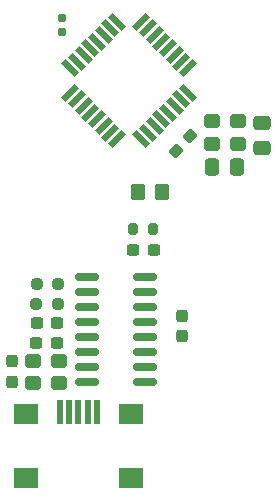
<source format=gbr>
%TF.GenerationSoftware,KiCad,Pcbnew,7.0.5*%
%TF.CreationDate,2023-08-19T22:28:29+02:00*%
%TF.ProjectId,programmer,70726f67-7261-46d6-9d65-722e6b696361,rev?*%
%TF.SameCoordinates,Original*%
%TF.FileFunction,Paste,Top*%
%TF.FilePolarity,Positive*%
%FSLAX46Y46*%
G04 Gerber Fmt 4.6, Leading zero omitted, Abs format (unit mm)*
G04 Created by KiCad (PCBNEW 7.0.5) date 2023-08-19 22:28:29*
%MOMM*%
%LPD*%
G01*
G04 APERTURE LIST*
G04 Aperture macros list*
%AMRoundRect*
0 Rectangle with rounded corners*
0 $1 Rounding radius*
0 $2 $3 $4 $5 $6 $7 $8 $9 X,Y pos of 4 corners*
0 Add a 4 corners polygon primitive as box body*
4,1,4,$2,$3,$4,$5,$6,$7,$8,$9,$2,$3,0*
0 Add four circle primitives for the rounded corners*
1,1,$1+$1,$2,$3*
1,1,$1+$1,$4,$5*
1,1,$1+$1,$6,$7*
1,1,$1+$1,$8,$9*
0 Add four rect primitives between the rounded corners*
20,1,$1+$1,$2,$3,$4,$5,0*
20,1,$1+$1,$4,$5,$6,$7,0*
20,1,$1+$1,$6,$7,$8,$9,0*
20,1,$1+$1,$8,$9,$2,$3,0*%
%AMRotRect*
0 Rectangle, with rotation*
0 The origin of the aperture is its center*
0 $1 length*
0 $2 width*
0 $3 Rotation angle, in degrees counterclockwise*
0 Add horizontal line*
21,1,$1,$2,0,0,$3*%
G04 Aperture macros list end*
%ADD10RoundRect,0.237500X0.237500X-0.300000X0.237500X0.300000X-0.237500X0.300000X-0.237500X-0.300000X0*%
%ADD11RoundRect,0.237500X-0.237500X0.300000X-0.237500X-0.300000X0.237500X-0.300000X0.237500X0.300000X0*%
%ADD12RoundRect,0.300000X-0.400000X-0.300000X0.400000X-0.300000X0.400000X0.300000X-0.400000X0.300000X0*%
%ADD13RoundRect,0.237500X-0.250000X-0.237500X0.250000X-0.237500X0.250000X0.237500X-0.250000X0.237500X0*%
%ADD14RoundRect,0.237500X-0.300000X-0.237500X0.300000X-0.237500X0.300000X0.237500X-0.300000X0.237500X0*%
%ADD15RoundRect,0.160000X-0.160000X0.197500X-0.160000X-0.197500X0.160000X-0.197500X0.160000X0.197500X0*%
%ADD16RoundRect,0.237500X0.044194X0.380070X-0.380070X-0.044194X-0.044194X-0.380070X0.380070X0.044194X0*%
%ADD17RoundRect,0.300000X0.400000X0.300000X-0.400000X0.300000X-0.400000X-0.300000X0.400000X-0.300000X0*%
%ADD18RoundRect,0.250000X0.337500X0.475000X-0.337500X0.475000X-0.337500X-0.475000X0.337500X-0.475000X0*%
%ADD19RoundRect,0.250000X0.350000X0.450000X-0.350000X0.450000X-0.350000X-0.450000X0.350000X-0.450000X0*%
%ADD20RoundRect,0.237500X0.300000X0.237500X-0.300000X0.237500X-0.300000X-0.237500X0.300000X-0.237500X0*%
%ADD21RoundRect,0.150000X-0.825000X-0.150000X0.825000X-0.150000X0.825000X0.150000X-0.825000X0.150000X0*%
%ADD22R,0.500000X2.000000*%
%ADD23R,2.000000X1.700000*%
%ADD24RotRect,1.600000X0.550000X135.000000*%
%ADD25RotRect,1.600000X0.550000X225.000000*%
%ADD26RoundRect,0.200000X0.200000X0.275000X-0.200000X0.275000X-0.200000X-0.275000X0.200000X-0.275000X0*%
%ADD27RoundRect,0.237500X0.250000X0.237500X-0.250000X0.237500X-0.250000X-0.237500X0.250000X-0.237500X0*%
%ADD28RoundRect,0.250000X0.475000X-0.337500X0.475000X0.337500X-0.475000X0.337500X-0.475000X-0.337500X0*%
G04 APERTURE END LIST*
D10*
%TO.C,C7*%
X80389000Y-80354500D03*
X80389000Y-78629500D03*
%TD*%
D11*
%TO.C,C9*%
X94742000Y-74775000D03*
X94742000Y-76500000D03*
%TD*%
D12*
%TO.C,Y1*%
X97282000Y-60198000D03*
X99482000Y-60198000D03*
X99482000Y-58298000D03*
X97282000Y-58298000D03*
%TD*%
D13*
%TO.C,R5*%
X82421000Y-73777000D03*
X84246000Y-73777000D03*
%TD*%
D14*
%TO.C,C8*%
X82471000Y-75428000D03*
X84196000Y-75428000D03*
%TD*%
D15*
%TO.C,R2*%
X84582000Y-49567500D03*
X84582000Y-50762500D03*
%TD*%
D16*
%TO.C,C2*%
X95478880Y-59588120D03*
X94259120Y-60807880D03*
%TD*%
D17*
%TO.C,Y2*%
X84367000Y-78603000D03*
X82167000Y-78603000D03*
X82167000Y-80503000D03*
X84367000Y-80503000D03*
%TD*%
D18*
%TO.C,C1*%
X99419500Y-62169000D03*
X97344500Y-62169000D03*
%TD*%
D19*
%TO.C,R3*%
X93075000Y-64262000D03*
X91075000Y-64262000D03*
%TD*%
D20*
%TO.C,C5*%
X92362500Y-69205000D03*
X90637500Y-69205000D03*
%TD*%
D21*
%TO.C,U3*%
X86679000Y-71501000D03*
X86679000Y-72771000D03*
X86679000Y-74041000D03*
X86679000Y-75311000D03*
X86679000Y-76581000D03*
X86679000Y-77851000D03*
X86679000Y-79121000D03*
X86679000Y-80391000D03*
X91629000Y-80391000D03*
X91629000Y-79121000D03*
X91629000Y-77851000D03*
X91629000Y-76581000D03*
X91629000Y-75311000D03*
X91629000Y-74041000D03*
X91629000Y-72771000D03*
X91629000Y-71501000D03*
%TD*%
D22*
%TO.C,J1*%
X84400000Y-82966000D03*
X85200000Y-82966000D03*
X86000000Y-82966000D03*
X86800000Y-82966000D03*
X87600000Y-82966000D03*
D23*
X81550000Y-83066000D03*
X81550000Y-88516000D03*
X90450000Y-83066000D03*
X90450000Y-88516000D03*
%TD*%
D24*
%TO.C,U2*%
X91322305Y-59849103D03*
X91887990Y-59283417D03*
X92453676Y-58717732D03*
X93019361Y-58152047D03*
X93585047Y-57586361D03*
X94150732Y-57020676D03*
X94716417Y-56454990D03*
X95282103Y-55889305D03*
D25*
X95282103Y-53838695D03*
X94716417Y-53273010D03*
X94150732Y-52707324D03*
X93585047Y-52141639D03*
X93019361Y-51575953D03*
X92453676Y-51010268D03*
X91887990Y-50444583D03*
X91322305Y-49878897D03*
D24*
X89271695Y-49878897D03*
X88706010Y-50444583D03*
X88140324Y-51010268D03*
X87574639Y-51575953D03*
X87008953Y-52141639D03*
X86443268Y-52707324D03*
X85877583Y-53273010D03*
X85311897Y-53838695D03*
D25*
X85311897Y-55889305D03*
X85877583Y-56454990D03*
X86443268Y-57020676D03*
X87008953Y-57586361D03*
X87574639Y-58152047D03*
X88140324Y-58717732D03*
X88706010Y-59283417D03*
X89271695Y-59849103D03*
%TD*%
D20*
%TO.C,C6*%
X84146000Y-77079000D03*
X82421000Y-77079000D03*
%TD*%
D26*
%TO.C,C4*%
X92298500Y-67427000D03*
X90648500Y-67427000D03*
%TD*%
D27*
%TO.C,R4*%
X84269500Y-72126000D03*
X82444500Y-72126000D03*
%TD*%
D28*
%TO.C,C3*%
X101557000Y-60539500D03*
X101557000Y-58464500D03*
%TD*%
M02*

</source>
